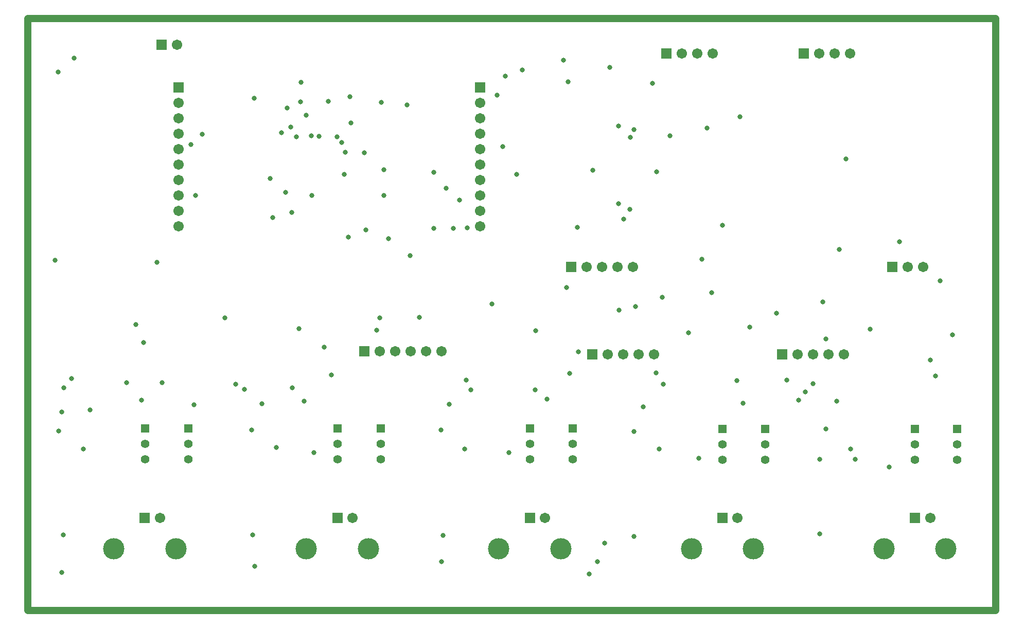
<source format=gbs>
%FSTAX23Y23*%
%MOIN*%
%SFA1B1*%

%IPPOS*%
%ADD25C,0.047240*%
%ADD52C,0.055240*%
%ADD53R,0.055240X0.055240*%
%ADD54R,0.067060X0.067060*%
%ADD55C,0.067060*%
%ADD56R,0.067060X0.067060*%
%ADD57C,0.137920*%
%ADD58C,0.033000*%
%LNhanc_analog-1*%
%LPD*%
G54D25*
X01Y01D02*
X0727D01*
Y04835*
X01D02*
X0727D01*
X01Y01D02*
Y04835D01*
G54D52*
X02037Y0198D03*
Y0208D03*
X0176Y0198D03*
Y0208D03*
X03285Y0198D03*
Y0208D03*
X03005Y0198D03*
Y0208D03*
X04528Y0198D03*
Y0208D03*
X04251Y0198D03*
Y0208D03*
X05775Y01975D03*
Y02075D03*
X055Y01975D03*
Y02075D03*
X07017Y01975D03*
Y02075D03*
X06745Y01975D03*
Y02075D03*
G54D53*
X02037Y0218D03*
X0176D03*
X03285D03*
X03005D03*
X04528D03*
X04251D03*
X05775Y02175D03*
X055D03*
X07017D03*
X06745D03*
G54D54*
X01865Y04665D03*
X05135Y0461D03*
X05885Y0266D03*
X0318Y0268D03*
X04655Y0266D03*
X0452Y03225D03*
X066D03*
X06025Y0461D03*
G54D55*
X01965Y04665D03*
X01975Y0419D03*
Y0349D03*
Y0359D03*
Y0369D03*
Y0379D03*
Y0389D03*
Y0399D03*
Y0409D03*
Y0429D03*
X0393Y0419D03*
Y0349D03*
Y0359D03*
Y0369D03*
Y0379D03*
Y0389D03*
Y0399D03*
Y0409D03*
Y0429D03*
X01855Y016D03*
X03102D03*
X04349D03*
X05596D03*
X06844D03*
X05435Y0461D03*
X05335D03*
X05235D03*
X06285Y0266D03*
X06185D03*
X06085D03*
X05985D03*
X0328Y0268D03*
X0338D03*
X0348D03*
X0358D03*
X0368D03*
X05055Y0266D03*
X04955D03*
X04855D03*
X04755D03*
X0492Y03225D03*
X0482D03*
X0472D03*
X0462D03*
X067D03*
X068D03*
X06125Y0461D03*
X06225D03*
X06325D03*
G54D56*
X01975Y0439D03*
X0393D03*
X01756Y016D03*
X03004D03*
X04251D03*
X05498D03*
X06745D03*
G54D57*
X01556Y014D03*
X01957D03*
X02803D03*
X03204D03*
X0405D03*
X04452D03*
X05297D03*
X05699D03*
X06545D03*
X06946D03*
G54D58*
X02703Y04133D03*
X03086Y04328D03*
X02835Y04075D03*
X03002Y04068D03*
X03092Y04159D03*
X02885Y04071D03*
X02585Y03547D03*
X0257Y03798D03*
X04901Y04066D03*
X03475Y033D03*
X0511Y0303D03*
X04005Y02985D03*
X0691Y03135D03*
X04165Y03825D03*
X04075Y04005D03*
X0615Y03D03*
X0543Y0306D03*
X05365Y03275D03*
X063Y03925D03*
X05072Y03842D03*
X06645Y0339D03*
X0404Y0434D03*
X06255Y0334D03*
X0363Y0384D03*
X01175Y0327D03*
X0318Y03965D03*
X0326Y02815D03*
X0213Y04085D03*
X0305Y03825D03*
X03305Y0369D03*
Y03855D03*
X0483Y02945D03*
X0585Y02925D03*
X04935Y0297D03*
X03535Y029D03*
X05675Y02835D03*
X0528Y028D03*
X0617Y0276D03*
X0699Y02785D03*
X02344Y02465D03*
X04565Y02675D03*
X02965Y02525D03*
X0451Y02535D03*
X0292Y02705D03*
X06085Y0247D03*
X06035Y02415D03*
X0507Y0254D03*
X0469Y01315D03*
X04735Y01435D03*
X0368Y01315D03*
X04635Y01235D03*
X0247Y01285D03*
X0122Y01245D03*
X04925Y0148D03*
X0624Y02355D03*
X02515Y0234D03*
X0122Y02285D03*
X0617Y02175D03*
X0613Y01495D03*
X012Y02164D03*
X0136Y02045D03*
X0633D03*
X04925Y0216D03*
X0509Y02045D03*
X03675Y0217D03*
X0383Y02045D03*
X0369Y01485D03*
X0245Y0217D03*
X0261Y02055D03*
X02455Y0149D03*
X0123D03*
X02055Y0402D03*
X02085Y0369D03*
X01835Y03255D03*
X0175Y02735D03*
X0187Y02475D03*
X03075Y0342D03*
X03335Y0341D03*
X03455Y04275D03*
X0371Y03735D03*
X02465Y0432D03*
X02945Y043D03*
X03055Y0397D03*
X01195Y0449D03*
X045Y04425D03*
X0447Y04565D03*
X013Y0458D03*
X054Y04125D03*
X0363Y03475D03*
X03795Y0366D03*
X03755Y03475D03*
X03845Y0348D03*
X02275Y02895D03*
X0328D03*
X0319Y03465D03*
X055Y03495D03*
X0284Y0369D03*
X0516Y04075D03*
X0271Y0358D03*
X05045Y04415D03*
X0477Y0452D03*
X049Y036D03*
X0486Y03535D03*
X04925Y04117D03*
X04826Y03635D03*
X04657Y03853D03*
X02738Y0407D03*
X04559Y03483D03*
X04825Y0414D03*
X0267Y0371D03*
X03032Y04032D03*
X03289Y04291D03*
X04202Y04503D03*
X04092Y04462D03*
X06845Y02622D03*
X05344Y01985D03*
X04114Y02023D03*
X02851D03*
X0449Y03093D03*
X01698Y02853D03*
X02755Y02826D03*
X06579Y0193D03*
X06879Y0252D03*
X06454Y02824D03*
X04287Y02813D03*
X0279Y02357D03*
X03727Y02336D03*
X04362Y02368D03*
X04985Y0232D03*
X05633Y02342D03*
X05993Y02361D03*
X05915Y02491D03*
X03838Y02493D03*
X04285Y02428D03*
X05613Y04198D03*
X02802Y04209D03*
X02767Y04423D03*
X02678Y04255D03*
X02765Y04296D03*
X02643Y04096D03*
X06357Y01978D03*
X06127D03*
X05114Y02466D03*
X05592Y02489D03*
X03867Y02429D03*
X02401Y02434D03*
X02711Y02441D03*
X02076Y02332D03*
X01736Y02363D03*
X01401Y02298D03*
X01281Y02503D03*
X01637Y02475D03*
X01231Y02441D03*
M02*
</source>
